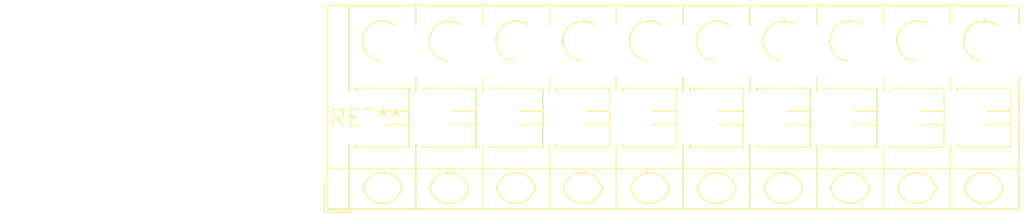
<source format=kicad_pcb>
(kicad_pcb (version 20240108) (generator pcbnew)
  (layers (0 "F.Cu" signal) (31 "B.Cu" signal) (34 "B.Paste" user) (35 "F.Paste" user) (36 "B.SilkS" user "B.Silkscreen") (37 "F.SilkS" user "F.Silkscreen") (38 "B.Mask" user) (39 "F.Mask" user) (44 "Edge.Cuts" user))
  (net 0 "")
  (footprint "TerminalBlock_WAGO_804-110_1x10_P5.00mm_45Degree" (layer "F.Cu") (at 0 0)
    (property "Reference" "REF**")
    (property "Value" "TerminalBlock_WAGO_804-110_1x10_P5.00mm_45Degree")
    (fp_line (start -3.11 4.82) (end -3.11 7.06) (layer "F.SilkS") (stroke (width 0.12)))
    (fp_line (start -3.11 7.06) (end -1.11 7.06) (layer "F.SilkS") (stroke (width 0.12)))
    (fp_line (start -2.87 -8.42) (end -2.87 6.82) (layer "F.SilkS") (stroke (width 0.12)))
    (fp_line (start -2.87 -8.42) (end 48.87 -8.42) (layer "F.SilkS") (stroke (width 0.12)))
    (fp_line (start -2.87 3.8) (end 48.87 3.8) (layer "F.SilkS") (stroke (width 0.12)))
    (fp_line (start -2.87 6.82) (end 48.87 6.82) (layer "F.SilkS") (stroke (width 0.12)))
    (fp_line (start -1.25 -8.42) (end -1.25 -1.98) (layer "F.SilkS") (stroke (width 0.12)))
    (fp_line (start -1.25 1.98) (end -1.25 6.82) (layer "F.SilkS") (stroke (width 0.12)))
    (fp_line (start -0.75 -2.2) (end -0.75 -1.98) (layer "F.SilkS") (stroke (width 0.12)))
    (fp_line (start -0.75 -2.2) (end 3.25 -2.2) (layer "F.SilkS") (stroke (width 0.12)))
    (fp_line (start -0.75 1.98) (end -0.75 2.2) (layer "F.SilkS") (stroke (width 0.12)))
    (fp_line (start -0.75 2.2) (end 3.25 2.2) (layer "F.SilkS") (stroke (width 0.12)))
    (fp_line (start 1.48 -0.5) (end 3.25 -0.5) (layer "F.SilkS") (stroke (width 0.12)))
    (fp_line (start 1.48 0.5) (end 3.25 0.5) (layer "F.SilkS") (stroke (width 0.12)))
    (fp_line (start 3.25 -2.2) (end 3.25 2.2) (layer "F.SilkS") (stroke (width 0.12)))
    (fp_line (start 3.25 -0.5) (end 3.25 0.5) (layer "F.SilkS") (stroke (width 0.12)))
    (fp_line (start 3.75 -8.42) (end 3.75 -6.98) (layer "F.SilkS") (stroke (width 0.12)))
    (fp_line (start 3.75 -3.02) (end 3.75 -1.98) (layer "F.SilkS") (stroke (width 0.12)))
    (fp_line (start 3.75 1.98) (end 3.75 6.82) (layer "F.SilkS") (stroke (width 0.12)))
    (fp_line (start 4.25 -2.2) (end 4.25 -1.98) (layer "F.SilkS") (stroke (width 0.12)))
    (fp_line (start 4.25 -2.2) (end 8.25 -2.2) (layer "F.SilkS") (stroke (width 0.12)))
    (fp_line (start 4.25 1.98) (end 4.25 2.2) (layer "F.SilkS") (stroke (width 0.12)))
    (fp_line (start 4.25 2.2) (end 8.25 2.2) (layer "F.SilkS") (stroke (width 0.12)))
    (fp_line (start 6.48 -0.5) (end 8.25 -0.5) (layer "F.SilkS") (stroke (width 0.12)))
    (fp_line (start 6.48 0.5) (end 8.25 0.5) (layer "F.SilkS") (stroke (width 0.12)))
    (fp_line (start 8.25 -2.2) (end 8.25 2.2) (layer "F.SilkS") (stroke (width 0.12)))
    (fp_line (start 8.25 -0.5) (end 8.25 0.5) (layer "F.SilkS") (stroke (width 0.12)))
    (fp_line (start 8.75 -8.42) (end 8.75 -6.98) (layer "F.SilkS") (stroke (width 0.12)))
    (fp_line (start 8.75 -3.02) (end 8.75 -1.98) (layer "F.SilkS") (stroke (width 0.12)))
    (fp_line (start 8.75 1.98) (end 8.75 6.82) (layer "F.SilkS") (stroke (width 0.12)))
    (fp_line (start 9.25 -2.2) (end 9.25 -1.98) (layer "F.SilkS") (stroke (width 0.12)))
    (fp_line (start 9.25 -2.2) (end 13.25 -2.2) (layer "F.SilkS") (stroke (width 0.12)))
    (fp_line (start 9.25 1.98) (end 9.25 2.2) (layer "F.SilkS") (stroke (width 0.12)))
    (fp_line (start 9.25 2.2) (end 13.25 2.2) (layer "F.SilkS") (stroke (width 0.12)))
    (fp_line (start 11.48 -0.5) (end 13.25 -0.5) (layer "F.SilkS") (stroke (width 0.12)))
    (fp_line (start 11.48 0.5) (end 13.25 0.5) (layer "F.SilkS") (stroke (width 0.12)))
    (fp_line (start 13.25 -2.2) (end 13.25 2.2) (layer "F.SilkS") (stroke (width 0.12)))
    (fp_line (start 13.25 -0.5) (end 13.25 0.5) (layer "F.SilkS") (stroke (width 0.12)))
    (fp_line (start 13.75 -8.42) (end 13.75 -6.98) (layer "F.SilkS") (stroke (width 0.12)))
    (fp_line (start 13.75 -3.02) (end 13.75 -1.98) (layer "F.SilkS") (stroke (width 0.12)))
    (fp_line (start 13.75 1.98) (end 13.75 6.82) (layer "F.SilkS") (stroke (width 0.12)))
    (fp_line (start 14.25 -2.2) (end 14.25 -1.98) (layer "F.SilkS") (stroke (width 0.12)))
    (fp_line (start 14.25 -2.2) (end 18.25 -2.2) (layer "F.SilkS") (stroke (width 0.12)))
    (fp_line (start 14.25 1.98) (end 14.25 2.2) (layer "F.SilkS") (stroke (width 0.12)))
    (fp_line (start 14.25 2.2) (end 18.25 2.2) (layer "F.SilkS") (stroke (width 0.12)))
    (fp_line (start 16.48 -0.5) (end 18.25 -0.5) (layer "F.SilkS") (stroke (width 0.12)))
    (fp_line (start 16.48 0.5) (end 18.25 0.5) (layer "F.SilkS") (stroke (width 0.12)))
    (fp_line (start 18.25 -2.2) (end 18.25 2.2) (layer "F.SilkS") (stroke (width 0.12)))
    (fp_line (start 18.25 -0.5) (end 18.25 0.5) (layer "F.SilkS") (stroke (width 0.12)))
    (fp_line (start 18.75 -8.42) (end 18.75 -6.98) (layer "F.SilkS") (stroke (width 0.12)))
    (fp_line (start 18.75 -3.02) (end 18.75 -1.98) (layer "F.SilkS") (stroke (width 0.12)))
    (fp_line (start 18.75 1.98) (end 18.75 6.82) (layer "F.SilkS") (stroke (width 0.12)))
    (fp_line (start 19.25 -2.2) (end 19.25 -1.98) (layer "F.SilkS") (stroke (width 0.12)))
    (fp_line (start 19.25 -2.2) (end 23.25 -2.2) (layer "F.SilkS") (stroke (width 0.12)))
    (fp_line (start 19.25 1.98) (end 19.25 2.2) (layer "F.SilkS") (stroke (width 0.12)))
    (fp_line (start 19.25 2.2) (end 23.25 2.2) (layer "F.SilkS") (stroke (width 0.12)))
    (fp_line (start 21.48 -0.5) (end 23.25 -0.5) (layer "F.SilkS") (stroke (width 0.12)))
    (fp_line (start 21.48 0.5) (end 23.25 0.5) (layer "F.SilkS") (stroke (width 0.12)))
    (fp_line (start 23.25 -2.2) (end 23.25 2.2) (layer "F.SilkS") (stroke (width 0.12)))
    (fp_line (start 23.25 -0.5) (end 23.25 0.5) (layer "F.SilkS") (stroke (width 0.12)))
    (fp_line (start 23.75 -8.42) (end 23.75 -6.98) (layer "F.SilkS") (stroke (width 0.12)))
    (fp_line (start 23.75 -3.02) (end 23.75 -1.98) (layer "F.SilkS") (stroke (width 0.12)))
    (fp_line (start 23.75 1.98) (end 23.75 6.82) (layer "F.SilkS") (stroke (width 0.12)))
    (fp_line (start 24.25 -2.2) (end 24.25 -1.98) (layer "F.SilkS") (stroke (width 0.12)))
    (fp_line (start 24.25 -2.2) (end 28.25 -2.2) (layer "F.SilkS") (stroke (width 0.12)))
    (fp_line (start 24.25 1.98) (end 24.25 2.2) (layer "F.SilkS") (stroke (width 0.12)))
    (fp_line (start 24.25 2.2) (end 28.25 2.2) (layer "F.SilkS") (stroke (width 0.12)))
    (fp_line (start 26.48 -0.5) (end 28.25 -0.5) (layer "F.SilkS") (stroke (width 0.12)))
    (fp_line (start 26.48 0.5) (end 28.25 0.5) (layer "F.SilkS") (stroke (width 0.12)))
    (fp_line (start 28.25 -2.2) (end 28.25 2.2) (layer "F.SilkS") (stroke (width 0.12)))
    (fp_line (start 28.25 -0.5) (end 28.25 0.5) (layer "F.SilkS") (stroke (width 0.12)))
    (fp_line (start 28.75 -8.42) (end 28.75 -6.98) (layer "F.SilkS") (stroke (width 0.12)))
    (fp_line (start 28.75 -3.02) (end 28.75 -1.98) (layer "F.SilkS") (stroke (width 0.12)))
    (fp_line (start 28.75 1.98) (end 28.75 6.82) (layer "F.SilkS") (stroke (width 0.12)))
    (fp_line (start 29.25 -2.2) (end 29.25 -1.98) (layer "F.SilkS") (stroke (width 0.12)))
    (fp_line (start 29.25 -2.2) (end 33.25 -2.2) (layer "F.SilkS") (stroke (width 0.12)))
    (fp_line (start 29.25 1.98) (end 29.25 2.2) (layer "F.SilkS") (stroke (width 0.12)))
    (fp_line (start 29.25 2.2) (end 33.25 2.2) (layer "F.SilkS") (stroke (width 0.12)))
    (fp_line (start 31.48 -0.5) (end 33.25 -0.5) (layer "F.SilkS") (stroke (width 0.12)))
    (fp_line (start 31.48 0.5) (end 33.25 0.5) (layer "F.SilkS") (stroke (width 0.12)))
    (fp_line (start 33.25 -2.2) (end 33.25 2.2) (layer "F.SilkS") (stroke (width 0.12)))
    (fp_line (start 33.25 -0.5) (end 33.25 0.5) (layer "F.SilkS") (stroke (width 0.12)))
    (fp_line (start 33.75 -8.42) (end 33.75 -6.98) (layer "F.SilkS") (stroke (width 0.12)))
    (fp_line (start 33.75 -3.02) (end 33.75 -1.98) (layer "F.SilkS") (stroke (width 0.12)))
    (fp_line (start 33.75 1.98) (end 33.75 6.82) (layer "F.SilkS") (stroke (width 0.12)))
    (fp_line (start 34.25 -2.2) (end 34.25 -1.98) (layer "F.SilkS") (stroke (width 0.12)))
    (fp_line (start 34.25 -2.2) (end 38.25 -2.2) (layer "F.SilkS") (stroke (width 0.12)))
    (fp_line (start 34.25 1.98) (end 34.25 2.2) (layer "F.SilkS") (stroke (width 0.12)))
    (fp_line (start 34.25 2.2) (end 38.25 2.2) (layer "F.SilkS") (stroke (width 0.12)))
    (fp_line (start 36.48 -0.5) (end 38.25 -0.5) (layer "F.SilkS") (stroke (width 0.12)))
    (fp_line (start 36.48 0.5) (end 38.25 0.5) (layer "F.SilkS") (stroke (width 0.12)))
    (fp_line (start 38.25 -2.2) (end 38.25 2.2) (layer "F.SilkS") (stroke (width 0.12)))
    (fp_line (start 38.25 -0.5) (end 38.25 0.5) (layer "F.SilkS") (stroke (width 0.12)))
    (fp_line (start 38.75 -8.42) (end 38.75 -6.98) (layer "F.SilkS") (stroke (width 0.12)))
    (fp_line (start 38.75 -3.02) (end 38.75 -1.98) (layer "F.SilkS") (stroke (width 0.12)))
    (fp_line (start 38.75 1.98) (end 38.75 6.82) (layer "F.SilkS") (stroke (width 0.12)))
    (fp_line (start 39.25 -2.2) (end 39.25 -1.98) (layer "F.SilkS") (stroke (width 0.12)))
    (fp_line (start 39.25 -2.2) (end 43.25 -2.2) (layer "F.SilkS") (stroke (width 0.12)))
    (fp_line (start 39.25 1.98) (end 39.25 2.2) (layer "F.SilkS") (stroke (width 0.12)))
    (fp_line (start 39.25 2.2) (end 43.25 2.2) (layer "F.SilkS") (stroke (width 0.12)))
    (fp_line (start 41.48 -0.5) (end 43.25 -0.5) (layer "F.SilkS") (stroke (width 0.12)))
    (fp_line (start 41.48 0.5) (end 43.25 0.5) (layer "F.SilkS") (stroke (width 0.12)))
    (fp_line (start 43.25 -2.2) (end 43.25 2.2) (layer "F.SilkS") (stroke (width 0.12)))
    (fp_line (start 43.25 -0.5) (end 43.25 0.5) (layer "F.SilkS") (stroke (width 0.12)))
    (fp_line (start 43.75 -8.42) (end 43.75 -6.98) (layer "F.SilkS") (stroke (width 0.12)))
    (fp_line (start 43.75 -3.02) (end 43.75 -1.98) (layer "F.SilkS") (stroke (width 0.12)))
    (fp_line (start 43.75 1.98) (end 43.75 6.82) (layer "F.SilkS") (stroke (width 0.12)))
    (fp_line (start 44.25 -2.2) (end 44.25 -1.98) (layer "F.SilkS") (stroke (width 0.12)))
    (fp_line (start 44.25 -2.2) (end 48.25 -2.2) (layer "F.SilkS") (stroke (width 0.12)))
    (fp_line (start 44.25 1.98) (end 44.25 2.2) (layer "F.SilkS") (stroke (width 0.12)))
    (fp_line (start 44.25 2.2) (end 48.25 2.2) (layer "F.SilkS") (stroke (width 0.12)))
    (fp_line (start 46.48 -0.5) (end 48.25 -0.5) (layer "F.SilkS") (stroke (width 0.12)))
    (fp_line (start 46.48 0.5) (end 48.25 0.5) (layer "F.SilkS") (stroke (width 0.12)))
    (fp_line (start 48.25 -2.2) (end 48.25 2.2) (layer "F.SilkS") (stroke (width 0.12)))
    (fp_line (start 48.25 -0.5) (end 48.25 0.5) (layer "F.SilkS") (stroke (width 0.12)))
    (fp_line (start 48.87 -8.42) (end 48.87 -6.98) (layer "F.SilkS") (stroke (width 0.12)))
    (fp_line (start 48.87 -3.02) (end 48.87 6.82) (layer "F.SilkS") (stroke (width 0.12)))
    (fp_arc (start -0.200865 5.250424) (mid 1.250296 4.099926) (end 2.701 5.251) (layer "F.SilkS") (stroke (width 0.12)))
    (fp_arc (start 1.040798 -4.264067) (mid -0.146039 -6.300306) (end 2.111 -6.979) (layer "F.SilkS") (stroke (width 0.12)))
    (fp_arc (start 2.7 5.25) (mid 1.250068 6.400101) (end -0.199969 5.250133) (layer "F.SilkS") (stroke (width 0.12)))
    (fp_arc (start 4.799135 5.250424) (mid 6.250296 4.099926) (end 7.701 5.251) (layer "F.SilkS") (stroke (width 0.12)))
    (fp_arc (start 6.040798 -4.264067) (mid 4.853961 -6.300306) (end 7.111 -6.979) (layer "F.SilkS") (stroke (width 0.12)))
    (fp_arc (start 7.7 5.25) (mid 6.250068 6.400101) (end 4.800031 5.250133) (layer "F.SilkS") (stroke (width 0.12)))
    (fp_arc (start 9.799135 5.250424) (mid 11.250296 4.099926) (end 12.701 5.251) (layer "F.SilkS") (stroke (width 0.12)))
    (fp_arc (start 11.040798 -4.264067) (mid 9.853961 -6.300306) (end 12.111 -6.979) (layer "F.SilkS") (stroke (width 0.12)))
    (fp_arc (start 12.7 5.25) (mid 11.250068 6.400101) (end 9.800031 5.250133) (layer "F.SilkS") (stroke (width 0.12)))
    (fp_arc (start 14.799135 5.250424) (mid 16.250296 4.099926) (end 17.701 5.251) (layer "F.SilkS") (stroke (width 0.12)))
    (fp_arc (start 16.040798 -4.264067) (mid 14.853961 -6.300306) (end 17.111 -6.979) (layer "F.SilkS") (stroke (width 0.12)))
    (fp_arc (start 17.7 5.25) (mid 16.250068 6.400101) (end 14.800031 5.250133) (layer "F.SilkS") (stroke (width 0.12)))
    (fp_arc (start 19.799135 5.250424) (mid 21.250296 4.099926) (end 22.701 5.251) (layer "F.SilkS") (stroke (width 0.12)))
    (fp_arc (start 21.040798 -4.264067) (mid 19.853961 -6.300306) (end 22.111 -6.979) (layer "F.SilkS") (stroke (width 0.12)))
    (fp_arc (start 22.7 5.25) (mid 21.250068 6.400101) (end 19.800031 5.250133) (layer "F.SilkS") (stroke (width 0.12)))
    (fp_arc (start 24.799135 5.250424) (mid 26.250296 4.099926) (end 27.701 5.251) (layer "F.SilkS") (stroke (width 0.12)))
    (fp_arc (start 26.040798 -4.264067) (mid 24.853961 -6.300306) (end 27.111 -6.979) (layer "F.SilkS") (stroke (width 0.12)))
    (fp_arc (start 27.7 5.25) (mid 26.250068 6.400101) (end 24.800031 5.250133) (layer "F.SilkS") (stroke (width 0.12)))
    (fp_arc (start 29.799135 5.250424) (mid 31.250296 4.099926) (end 32.701 5.251) (layer "F.SilkS") (stroke (width 0.12)))
    (fp_arc (start 31.040798 -4.264067) (mid 29.853961 -6.300306) (end 32.111 -6.979) (layer "F.SilkS") (stroke (width 0.12)))
    (fp_arc (start 32.701 5.25) (mid 31.250296 6.401074) (end 29.799135 5.250576) (layer "F.SilkS") (stroke (width 0.12)))
    (fp_arc (start 34.799135 5.250424) (mid 36.250296 4.099926) (end 37.701 5.251) (layer "F.SilkS") (stroke (width 0.12)))
    (fp_arc (start 36.040798 -4.264067) (mid 34.853961 -6.300306) (end 37.111 -6.979) (layer "F.SilkS") (stroke (width 0.12)))
    (fp_arc (start 37.7 5.25) (mid 36.250068 6.400101) (end 34.800031 5.250133) (layer "F.SilkS") (stroke (width 0.12)))
    (fp_arc (start 39.799135 5.250424) (mid 41.250296 4.099926) (end 42.701 5.251) (layer "F.SilkS") (stroke (width 0.12)))
    (fp_arc (start 41.040798 -4.264067) (mid 39.853961 -6.300306) (end 42.111 -6.979) (layer "F.SilkS") (stroke (width 0.12)))
    (fp_arc (start 42.7 5.25) (mid 41.250068 6.400101) (end 39.800031 5.250133) (layer "F.SilkS") (stroke (width 0.12)))
    (fp_arc (start 44.799135 5.250424) (mid 46.250296 4.099926) (end 47.701 5.251) (layer "F.SilkS") (stroke (width 0.12)))
    (fp_arc (start 46.040798 -4.264067) (mid 44.853961 -6.300306) (end 47.111 -6.979) (layer "F.SilkS") (stroke (width 0.12)))
    (fp_arc (start 47.7 5.25) (mid 46.250068 6.400101) (end 44.800031 5.250133) (layer "F.SilkS") (stroke (width 0.12)))
    (pad "1" thru_hole rect (at 0 0) (size 2 3) (drill 1.2) (layers *.Cu *.Mask) (remove_unused_layers))
    (pad "1" thru_hole rect (at 2.5 -5) (size 2 3) (drill 1.2) (layers *.Cu *.Mask) (remove_unused_layers))
    (pad "2" thru_hole oval (at 5 0) (size 2 3) (drill 1.2) (layers *.Cu *.Mask) (remove_unused_layers))
    (pad "2" thru_hole oval (at 7.5 -5) (size 2 3) (drill 1.2) (layers *.Cu *.Mask) (remove_unused_layers))
    (pad "3" thru_hole oval (at 10 0) (size 2 3) (drill 1.2) (layers *.Cu *.Mask) (remove_unused_layers))
    (pad "3" thru_hole oval (at 12.5 -5) (size 2 3) (drill 1.2) (layers *.Cu *.Mask) (remove_unused_layers))
    (pad "4" thru_hole oval (at 15 0) (size 2 3) (drill 1.2) (layers *.Cu *.Mask) (remove_unused_layers))
    (pad "4" thru_hole oval (at 17.5 -5) (size 2 3) (drill 1.2) (layers *.Cu *.Mask) (remove_unused_layers))
    (pad "5" thru_hole oval (at 20 0) (size 2 3) (drill 1.2) (layers *.Cu *.Mask) (remove_unused_layers))
    (pad "5" thru_hole oval (at 22.5 -5) (size 2 3) (drill 1.2) (layers *.Cu *.Mask) (remove_unused_layers))
    (pad "6" thru_hole oval (at 25 0) (size 2 3) (drill 1.2) (layers *.Cu *.Mask) (remove_unused_layers))
    (pad "6" thru_hole oval (at 27.5 -5) (size 2 3) (drill 1.2) (layers *.Cu *.Mask) (remove_unused_layers))
    (pad "7" thru_hole oval (at 30 0) (size 2 3) (drill 1.2) (layers *.Cu *.Mask) (remove_unused_layers))
    (pad "7" thru_hole oval (at 32.5 -5) (size 2 3) (drill 1.2) (layers *.Cu *.Mask) (remove_unused_layers))
    (pad "8" thru_hole oval (at 35 0) (size 2 3) (drill 1.2) (layers *.Cu *.Mask) (remove_unused_layers))
    (pad "8" thru_hole oval (at 37.5 -5) (size 2 3) (drill 1.2) (layers *.Cu *.Mask) (remove_unused_layers))
    (pad "9" thru_hole oval (at 40 0) (size 2 3) (drill 1.2) (layers *.Cu *.Mask) (remove_unused_layers))
    (pad "9" thru_hole oval (at 42.5 -5) (size 2 3) (drill 1.2) (layers *.Cu *.Mask) (remove_unused_layers))
    (pad "10" thru_hole oval (at 45 0) (size 2 3) (drill 1.2) (layers *.Cu *.Mask) (remove_unused_layers))
    (pad "10" thru_hole oval (at 47.5 -5) (size 2 3) (drill 1.2) (layers *.Cu *.Mask) (remove_unused_layers))
  )
)
</source>
